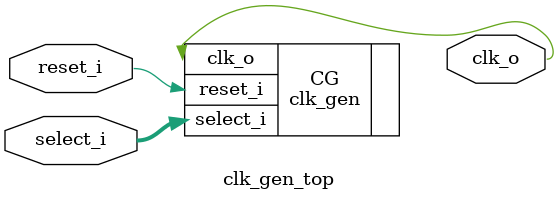
<source format=v>
/**
 * BSG Chip -- Toplevel module. For this design, we are simply creating a
 *             wrapper for the clk_gen module which is to be implemented by the
 *             students.
 */
module clk_gen_top
    ( input  wire       reset_i
    , input  wire [3:0] select_i
    , output wire       clk_o
    );

    clk_gen 
    CG 
        ( .reset_i(reset_i), .select_i(select_i), .clk_o(clk_o) );

endmodule


</source>
